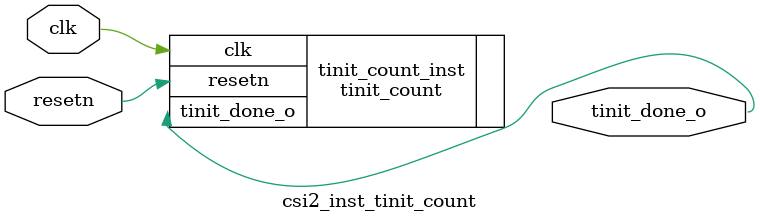
<source format=v>

module csi2_inst_tinit_count (
  input wire    clk	,
  input wire    resetn	,
  output wire   tinit_done_o
);

tinit_count #(
  .TINIT_VALUE  (1000)
)
tinit_count_inst(
  .clk          (clk),
  .resetn       (resetn),
  .tinit_done_o (tinit_done_o)
);

endmodule


</source>
